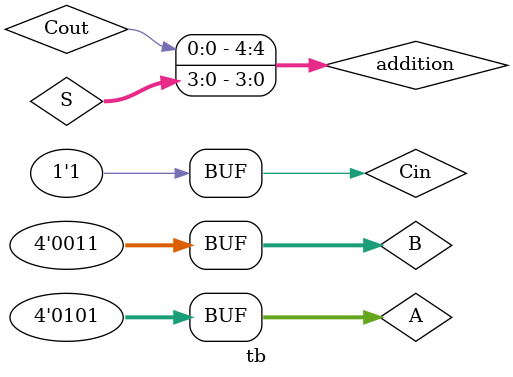
<source format=v>
module tb;
  reg [3:0]A, B; 
  reg Cin;
  wire [3:0] S;
  wire Cout;
  wire[4:0] addition;
  
  CarryLookAheadAdder cla(A, B, Cin, S, Cout);
  
  assign addition = {Cout, S};
  initial begin
    $monitor("A = %b,B = %b, Cin = %b , S = %b, Cout = %b, Addition = %0d", A, B, Cin, S, Cout, addition);
    A = 1; B = 0; Cin = 0; #3;
    A = 2; B = 4; Cin = 1; #3;
    A = 4'hb; B = 4'h6; Cin = 0; #3;
    A = 5; B = 3; Cin = 1;
  end
  initial begin
    $dumpfile("CarryLookAheadAdder.vcd");
    $dumpvars(1);
  end
endmodule

</source>
